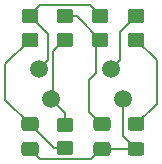
<source format=gtl>
%TF.GenerationSoftware,KiCad,Pcbnew,8.0.1-8.0.1-1~ubuntu22.04.1*%
%TF.CreationDate,2024-03-30T14:54:35-04:00*%
%TF.ProjectId,terminaison_can,7465726d-696e-4616-9973-6f6e5f63616e,rev?*%
%TF.SameCoordinates,Original*%
%TF.FileFunction,Copper,L1,Top*%
%TF.FilePolarity,Positive*%
%FSLAX46Y46*%
G04 Gerber Fmt 4.6, Leading zero omitted, Abs format (unit mm)*
G04 Created by KiCad (PCBNEW 8.0.1-8.0.1-1~ubuntu22.04.1) date 2024-03-30 14:54:35*
%MOMM*%
%LPD*%
G01*
G04 APERTURE LIST*
G04 Aperture macros list*
%AMRoundRect*
0 Rectangle with rounded corners*
0 $1 Rounding radius*
0 $2 $3 $4 $5 $6 $7 $8 $9 X,Y pos of 4 corners*
0 Add a 4 corners polygon primitive as box body*
4,1,4,$2,$3,$4,$5,$6,$7,$8,$9,$2,$3,0*
0 Add four circle primitives for the rounded corners*
1,1,$1+$1,$2,$3*
1,1,$1+$1,$4,$5*
1,1,$1+$1,$6,$7*
1,1,$1+$1,$8,$9*
0 Add four rect primitives between the rounded corners*
20,1,$1+$1,$2,$3,$4,$5,0*
20,1,$1+$1,$4,$5,$6,$7,0*
20,1,$1+$1,$6,$7,$8,$9,0*
20,1,$1+$1,$8,$9,$2,$3,0*%
G04 Aperture macros list end*
%TA.AperFunction,SMDPad,CuDef*%
%ADD10RoundRect,0.250000X-0.475000X0.337500X-0.475000X-0.337500X0.475000X-0.337500X0.475000X0.337500X0*%
%TD*%
%TA.AperFunction,SMDPad,CuDef*%
%ADD11RoundRect,0.250000X-0.450000X0.350000X-0.450000X-0.350000X0.450000X-0.350000X0.450000X0.350000X0*%
%TD*%
%TA.AperFunction,SMDPad,CuDef*%
%ADD12RoundRect,0.250000X0.450000X-0.350000X0.450000X0.350000X-0.450000X0.350000X-0.450000X-0.350000X0*%
%TD*%
%TA.AperFunction,SMDPad,CuDef*%
%ADD13RoundRect,0.250000X0.450000X-0.325000X0.450000X0.325000X-0.450000X0.325000X-0.450000X-0.325000X0*%
%TD*%
%TA.AperFunction,ComponentPad*%
%ADD14C,1.500000*%
%TD*%
%TA.AperFunction,Conductor*%
%ADD15C,0.200000*%
%TD*%
G04 APERTURE END LIST*
D10*
%TO.P,C2,1*%
%TO.N,Net-(C2-Pad1)*%
X19928000Y-31012500D03*
%TO.P,C2,2*%
%TO.N,GND*%
X19928000Y-33087500D03*
%TD*%
D11*
%TO.P,R1,1*%
%TO.N,CAN_H*%
X19928000Y-21850000D03*
%TO.P,R1,2*%
%TO.N,Net-(C2-Pad1)*%
X19928000Y-23850000D03*
%TD*%
D12*
%TO.P,R2,1*%
%TO.N,Net-(C2-Pad1)*%
X22928000Y-33050000D03*
%TO.P,R2,2*%
%TO.N,CAN_L*%
X22928000Y-31050000D03*
%TD*%
D13*
%TO.P,D1,1,K*%
%TO.N,GND*%
X28928000Y-33075000D03*
%TO.P,D1,2,A*%
%TO.N,Net-(D1-A)*%
X28928000Y-31025000D03*
%TD*%
D12*
%TO.P,R5,1*%
%TO.N,Net-(D1-A)*%
X28928000Y-23850000D03*
%TO.P,R5,2*%
%TO.N,VCC*%
X28928000Y-21850000D03*
%TD*%
D11*
%TO.P,R4,1*%
%TO.N,Net-(C3-Pad1)*%
X22928000Y-21850000D03*
%TO.P,R4,2*%
%TO.N,CAN_L*%
X22928000Y-23850000D03*
%TD*%
D10*
%TO.P,C3,1*%
%TO.N,Net-(C3-Pad1)*%
X26028000Y-31012500D03*
%TO.P,C3,2*%
%TO.N,GND*%
X26028000Y-33087500D03*
%TD*%
D11*
%TO.P,R3,1*%
%TO.N,CAN_H*%
X25928000Y-21850000D03*
%TO.P,R3,2*%
%TO.N,Net-(C3-Pad1)*%
X25928000Y-23850000D03*
%TD*%
D14*
%TO.P,CON1,1*%
%TO.N,CAN_H*%
X20716000Y-26350000D03*
%TO.P,CON1,2*%
%TO.N,CAN_L*%
X21732000Y-28880000D03*
%TO.P,CON1,7*%
%TO.N,VCC*%
X26812000Y-26350000D03*
%TO.P,CON1,8*%
%TO.N,GND*%
X27828000Y-28880000D03*
%TD*%
D15*
%TO.N,Net-(C2-Pad1)*%
X19928000Y-23850000D02*
X17852000Y-25926000D01*
X17852000Y-28936500D02*
X19928000Y-31012500D01*
X17852000Y-25926000D02*
X17852000Y-28936500D01*
X22928000Y-33050000D02*
X21965500Y-33050000D01*
X21965500Y-33050000D02*
X19928000Y-31012500D01*
%TO.N,GND*%
X28928000Y-33075000D02*
X27828000Y-31975000D01*
X26040500Y-33075000D02*
X26028000Y-33087500D01*
X25165500Y-33950000D02*
X20790500Y-33950000D01*
X28928000Y-33075000D02*
X26040500Y-33075000D01*
X26028000Y-33087500D02*
X25165500Y-33950000D01*
X20790500Y-33950000D02*
X19928000Y-33087500D01*
X27828000Y-31975000D02*
X27828000Y-28880000D01*
%TO.N,Net-(C3-Pad1)*%
X25580000Y-24198000D02*
X25928000Y-23850000D01*
X24996000Y-27265371D02*
X25580000Y-26681371D01*
X25580000Y-26681371D02*
X25580000Y-24198000D01*
X23928000Y-21850000D02*
X25928000Y-23850000D01*
X26028000Y-31012500D02*
X24996000Y-29980500D01*
X22928000Y-21850000D02*
X23928000Y-21850000D01*
X24996000Y-29980500D02*
X24996000Y-27265371D01*
%TO.N,CAN_L*%
X22928000Y-31050000D02*
X22928000Y-30076000D01*
X22928000Y-23850000D02*
X21948000Y-24830000D01*
X22928000Y-30076000D02*
X21732000Y-28880000D01*
X21948000Y-24830000D02*
X21948000Y-28664000D01*
X21948000Y-28664000D02*
X21732000Y-28880000D01*
%TO.N,CAN_H*%
X21466000Y-25600000D02*
X20716000Y-26350000D01*
X19928000Y-21850000D02*
X20828000Y-20950000D01*
X20828000Y-20950000D02*
X25028000Y-20950000D01*
X19928000Y-21850000D02*
X21466000Y-23388000D01*
X21466000Y-23388000D02*
X21466000Y-25600000D01*
X25028000Y-20950000D02*
X25928000Y-21850000D01*
%TO.N,VCC*%
X26812000Y-26350000D02*
X27562000Y-25600000D01*
X27562000Y-23216000D02*
X28928000Y-21850000D01*
X27562000Y-25600000D02*
X27562000Y-23216000D01*
%TO.N,Net-(D1-A)*%
X28928000Y-23850000D02*
X30692000Y-25614000D01*
X30692000Y-25614000D02*
X30692000Y-29261000D01*
X30692000Y-29261000D02*
X28928000Y-31025000D01*
%TD*%
M02*

</source>
